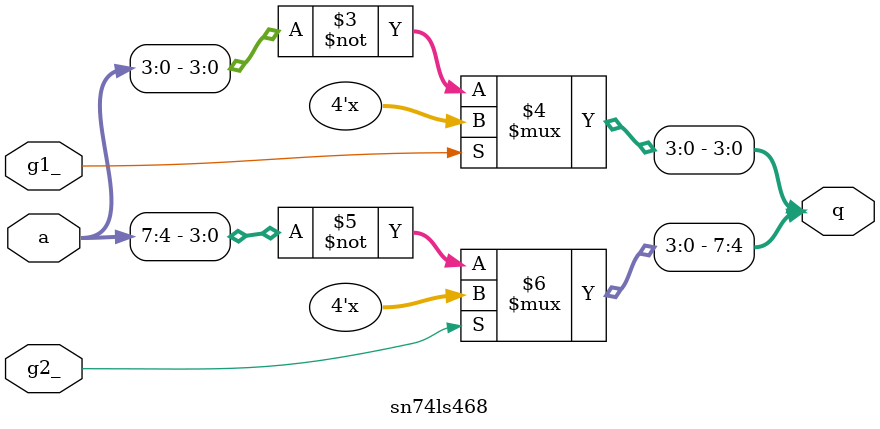
<source format=v>
module sn74ls468(q, a, g1_, g2_);
input [7:0] a;
input g1_, g2_;
output [7:0] q;
wire gint;

parameter
	// TI TTL data book Vol 1, 1985
	tPLH_min=0, tPLH_typ=7,          tPLH_max=12,
	tPHL_min=0, tPHL_typ=9,          tPHL_max=15,
	tPZH_min=0, tPZH_typ=25-tPLH_typ, tPZH_max=40-tPLH_max,
	tPZL_min=0, tPZL_typ=29-tPHL_typ, tPZL_max=45-tPHL_max;
// does not respect tPHZ, tPLZ !

assign #(tPZH_min : tPZH_typ : tPZH_max,
	   tPZL_min : tPZL_typ : tPZL_max)
	gint1 = g1_==0;
assign #(tPZH_min : tPZH_typ : tPZH_max,
	   tPZL_min : tPZL_typ : tPZL_max)
	gint2 = g2_==0;

assign #(tPLH_min : tPLH_typ : tPLH_max,
	     tPHL_min : tPHL_typ : tPHL_max)
	q[3:0] = gint1 ? ~a[3:0] : 4'bzzzz;
assign #(tPLH_min : tPLH_typ : tPLH_max,
	     tPHL_min : tPHL_typ : tPHL_max)
	q[7:4] = gint2 ? ~a[7:4] : 4'bzzzz;

endmodule

</source>
